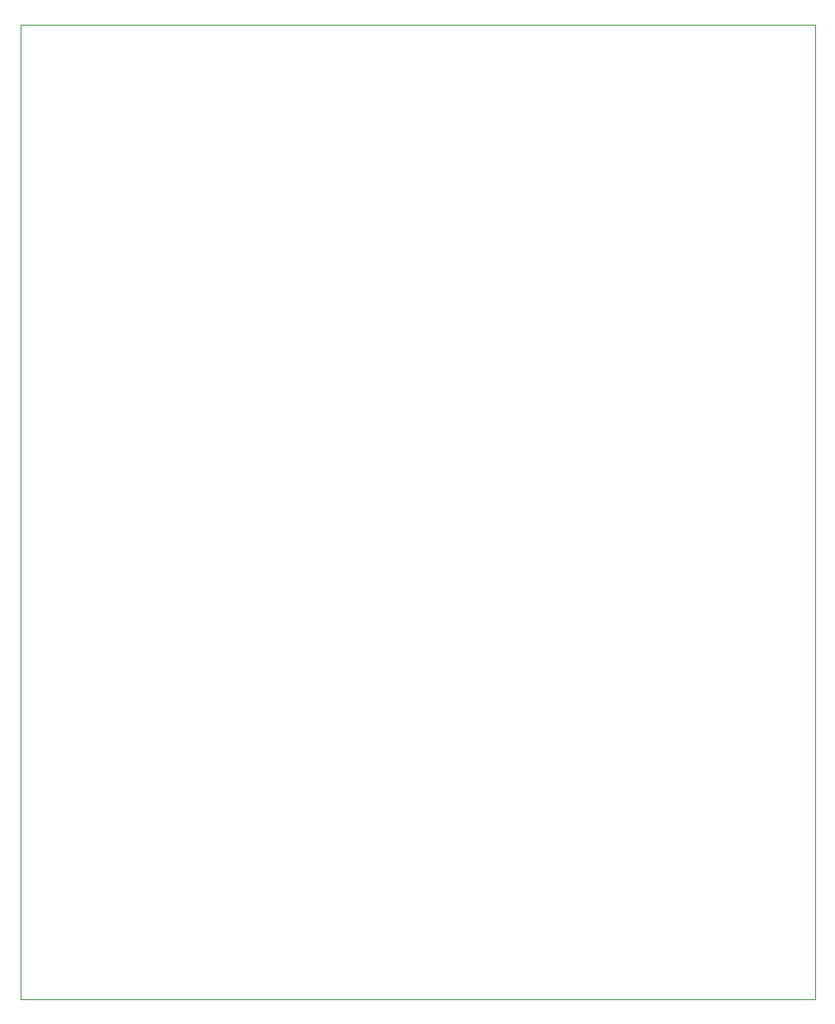
<source format=gbr>
%TF.GenerationSoftware,KiCad,Pcbnew,7.0.2*%
%TF.CreationDate,2023-09-09T02:35:42+09:00*%
%TF.ProjectId,tangnano9k_brushless_driver,74616e67-6e61-46e6-9f39-6b5f62727573,rev?*%
%TF.SameCoordinates,Original*%
%TF.FileFunction,Profile,NP*%
%FSLAX46Y46*%
G04 Gerber Fmt 4.6, Leading zero omitted, Abs format (unit mm)*
G04 Created by KiCad (PCBNEW 7.0.2) date 2023-09-09 02:35:42*
%MOMM*%
%LPD*%
G01*
G04 APERTURE LIST*
%TA.AperFunction,Profile*%
%ADD10C,0.100000*%
%TD*%
G04 APERTURE END LIST*
D10*
X118237000Y-54419500D02*
X199771000Y-54419500D01*
X199771000Y-154368500D01*
X118237000Y-154368500D01*
X118237000Y-54419500D01*
M02*

</source>
